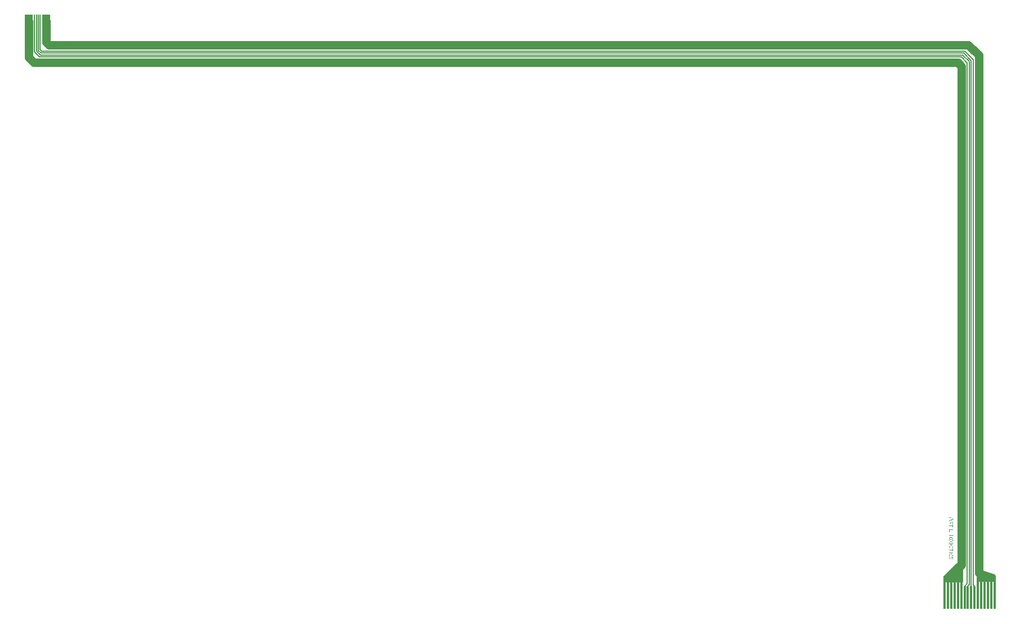
<source format=gbr>
%TF.GenerationSoftware,KiCad,Pcbnew,7.0.1*%
%TF.CreationDate,2023-04-10T11:15:13-05:00*%
%TF.ProjectId,flexible nao,666c6578-6962-46c6-9520-6e616f2e6b69,rev?*%
%TF.SameCoordinates,Original*%
%TF.FileFunction,Copper,L1,Top*%
%TF.FilePolarity,Positive*%
%FSLAX46Y46*%
G04 Gerber Fmt 4.6, Leading zero omitted, Abs format (unit mm)*
G04 Created by KiCad (PCBNEW 7.0.1) date 2023-04-10 11:15:13*
%MOMM*%
%LPD*%
G01*
G04 APERTURE LIST*
%ADD10C,0.125000*%
%TA.AperFunction,NonConductor*%
%ADD11C,0.125000*%
%TD*%
%TA.AperFunction,SMDPad,CuDef*%
%ADD12R,0.300000X3.500000*%
%TD*%
%TA.AperFunction,SMDPad,CuDef*%
%ADD13R,1.300000X2.000000*%
%TD*%
%TA.AperFunction,SMDPad,CuDef*%
%ADD14R,0.150000X2.000000*%
%TD*%
%TA.AperFunction,Conductor*%
%ADD15C,0.300000*%
%TD*%
%TA.AperFunction,Conductor*%
%ADD16C,1.300000*%
%TD*%
%TA.AperFunction,Conductor*%
%ADD17C,1.100000*%
%TD*%
%TA.AperFunction,Conductor*%
%ADD18C,1.000000*%
%TD*%
%TA.AperFunction,Conductor*%
%ADD19C,0.160000*%
%TD*%
G04 APERTURE END LIST*
D10*
D11*
G36*
X264439657Y-140549551D02*
G01*
X264443106Y-140550816D01*
X265077234Y-140791884D01*
X265084090Y-140795628D01*
X265089528Y-140800707D01*
X265093547Y-140807121D01*
X265096148Y-140814868D01*
X265097231Y-140822344D01*
X265097408Y-140827274D01*
X265096870Y-140835040D01*
X265095255Y-140841987D01*
X265091895Y-140849244D01*
X265086984Y-140855323D01*
X265080522Y-140860224D01*
X265075353Y-140862836D01*
X264443277Y-141113649D01*
X264436472Y-141115760D01*
X264432848Y-141116043D01*
X264425706Y-141115408D01*
X264418734Y-141112972D01*
X264412803Y-141107820D01*
X264409607Y-141101425D01*
X264408275Y-141094700D01*
X264408057Y-141090055D01*
X264408843Y-141082958D01*
X264411664Y-141076148D01*
X264416536Y-141070728D01*
X264422483Y-141067125D01*
X264424471Y-141066290D01*
X264539362Y-141018761D01*
X264539362Y-140662801D01*
X264583131Y-140662801D01*
X264583131Y-140998757D01*
X265025088Y-140827616D01*
X264583131Y-140662801D01*
X264539362Y-140662801D01*
X264539362Y-140643995D01*
X264423787Y-140598346D01*
X264417658Y-140595046D01*
X264412497Y-140589973D01*
X264409302Y-140583511D01*
X264408119Y-140576717D01*
X264408057Y-140574581D01*
X264408663Y-140567094D01*
X264410987Y-140559785D01*
X264415901Y-140553568D01*
X264422002Y-140550218D01*
X264429846Y-140548695D01*
X264432848Y-140548593D01*
X264439657Y-140549551D01*
G37*
G36*
X264977046Y-141437979D02*
G01*
X264976903Y-141446100D01*
X264976474Y-141454050D01*
X264975759Y-141461830D01*
X264974759Y-141469438D01*
X264973473Y-141476875D01*
X264971900Y-141484141D01*
X264970042Y-141491236D01*
X264967899Y-141498161D01*
X264965469Y-141504914D01*
X264962754Y-141511496D01*
X264959752Y-141517908D01*
X264956465Y-141524148D01*
X264952892Y-141530218D01*
X264949033Y-141536116D01*
X264944889Y-141541844D01*
X264940458Y-141547400D01*
X264935235Y-141553321D01*
X264929783Y-141558860D01*
X264924101Y-141564018D01*
X264918189Y-141568793D01*
X264912048Y-141573186D01*
X264905676Y-141577197D01*
X264899075Y-141580826D01*
X264892244Y-141584073D01*
X264885184Y-141586938D01*
X264877894Y-141589421D01*
X264870374Y-141591522D01*
X264862624Y-141593241D01*
X264854644Y-141594578D01*
X264846435Y-141595533D01*
X264837996Y-141596106D01*
X264829327Y-141596297D01*
X264819582Y-141596086D01*
X264810136Y-141595451D01*
X264800989Y-141594392D01*
X264792142Y-141592910D01*
X264783593Y-141591005D01*
X264775344Y-141588676D01*
X264767394Y-141585924D01*
X264759743Y-141582748D01*
X264752391Y-141579149D01*
X264745338Y-141575127D01*
X264738585Y-141570681D01*
X264732131Y-141565811D01*
X264725976Y-141560519D01*
X264720120Y-141554803D01*
X264714564Y-141548663D01*
X264709307Y-141542100D01*
X264704357Y-141535069D01*
X264699894Y-141528079D01*
X264695918Y-141521132D01*
X264692429Y-141514227D01*
X264689426Y-141507363D01*
X264686911Y-141500542D01*
X264684882Y-141493763D01*
X264683340Y-141487026D01*
X264682042Y-141478109D01*
X264681609Y-141469267D01*
X264681438Y-141440202D01*
X264453535Y-141591510D01*
X264446950Y-141594610D01*
X264440252Y-141596129D01*
X264437122Y-141596297D01*
X264428749Y-141595663D01*
X264421795Y-141593760D01*
X264415324Y-141589801D01*
X264410896Y-141584014D01*
X264408512Y-141576401D01*
X264408057Y-141570310D01*
X264409209Y-141563281D01*
X264412666Y-141557153D01*
X264417746Y-141552409D01*
X264419854Y-141550990D01*
X264681609Y-141378311D01*
X264681609Y-141249399D01*
X264725378Y-141249399D01*
X264725378Y-141469267D01*
X264726105Y-141477051D01*
X264727822Y-141483675D01*
X264730550Y-141490424D01*
X264734287Y-141497299D01*
X264739035Y-141504299D01*
X264743560Y-141509989D01*
X264746065Y-141512864D01*
X264751649Y-141518822D01*
X264757692Y-141524194D01*
X264764195Y-141528980D01*
X264771158Y-141533180D01*
X264778580Y-141536794D01*
X264786463Y-141539822D01*
X264794805Y-141542264D01*
X264803607Y-141544120D01*
X264812869Y-141545389D01*
X264822591Y-141546073D01*
X264829327Y-141546203D01*
X264838439Y-141545918D01*
X264847181Y-141545061D01*
X264855554Y-141543634D01*
X264863556Y-141541635D01*
X264871189Y-141539066D01*
X264878453Y-141535925D01*
X264885346Y-141532213D01*
X264891870Y-141527931D01*
X264898025Y-141523077D01*
X264903810Y-141517653D01*
X264907461Y-141513719D01*
X264912074Y-141507998D01*
X264916234Y-141501992D01*
X264919940Y-141495701D01*
X264923193Y-141489123D01*
X264925991Y-141482261D01*
X264928336Y-141475112D01*
X264930227Y-141467679D01*
X264931664Y-141459960D01*
X264932647Y-141451955D01*
X264933176Y-141443665D01*
X264933277Y-141437979D01*
X264933277Y-141249399D01*
X264725378Y-141249399D01*
X264681609Y-141249399D01*
X264435413Y-141249399D01*
X264427532Y-141248790D01*
X264419838Y-141246450D01*
X264414068Y-141242355D01*
X264410221Y-141236504D01*
X264408298Y-141228899D01*
X264408057Y-141224438D01*
X264408725Y-141217197D01*
X264411290Y-141210129D01*
X264415778Y-141204827D01*
X264422189Y-141201293D01*
X264429001Y-141199698D01*
X264435413Y-141199305D01*
X264977046Y-141199305D01*
X264977046Y-141437979D01*
G37*
G36*
X264933277Y-142053129D02*
G01*
X264933277Y-141897889D01*
X264435413Y-141897889D01*
X264427532Y-141897279D01*
X264419838Y-141894939D01*
X264414068Y-141890844D01*
X264410221Y-141884993D01*
X264408298Y-141877388D01*
X264408057Y-141872927D01*
X264408725Y-141865687D01*
X264411290Y-141858618D01*
X264415778Y-141853317D01*
X264422189Y-141849782D01*
X264429001Y-141848187D01*
X264435413Y-141847794D01*
X264933277Y-141847794D01*
X264933277Y-141692554D01*
X264933812Y-141685313D01*
X264935863Y-141678245D01*
X264940202Y-141672232D01*
X264946634Y-141668624D01*
X264953815Y-141667446D01*
X264955161Y-141667421D01*
X264962599Y-141668305D01*
X264969331Y-141671569D01*
X264973968Y-141677238D01*
X264976276Y-141684012D01*
X264977024Y-141691007D01*
X264977046Y-141692554D01*
X264977046Y-142053129D01*
X264976511Y-142060370D01*
X264974460Y-142067438D01*
X264970121Y-142073451D01*
X264963689Y-142077059D01*
X264956508Y-142078237D01*
X264955161Y-142078262D01*
X264947724Y-142077378D01*
X264940992Y-142074114D01*
X264936355Y-142068444D01*
X264934047Y-142061670D01*
X264933299Y-142054676D01*
X264933277Y-142053129D01*
G37*
G36*
X264435413Y-142279836D02*
G01*
X264427532Y-142279226D01*
X264419838Y-142276886D01*
X264414068Y-142272791D01*
X264410221Y-142266940D01*
X264408298Y-142259335D01*
X264408057Y-142254874D01*
X264408725Y-142247634D01*
X264411290Y-142240565D01*
X264415778Y-142235264D01*
X264422189Y-142231729D01*
X264429001Y-142230134D01*
X264435413Y-142229741D01*
X264949690Y-142229741D01*
X264957571Y-142230355D01*
X264965265Y-142232711D01*
X264971035Y-142236834D01*
X264974882Y-142242725D01*
X264976805Y-142250382D01*
X264977046Y-142254874D01*
X264976378Y-142262065D01*
X264973813Y-142269085D01*
X264969325Y-142274351D01*
X264962914Y-142277861D01*
X264956102Y-142279445D01*
X264949690Y-142279836D01*
X264435413Y-142279836D01*
G37*
G36*
X264408057Y-142781461D02*
G01*
X264408057Y-142435076D01*
X264949690Y-142435076D01*
X264957571Y-142435690D01*
X264965265Y-142438046D01*
X264971035Y-142442169D01*
X264974882Y-142448060D01*
X264976805Y-142455717D01*
X264977046Y-142460209D01*
X264976378Y-142467400D01*
X264973813Y-142474420D01*
X264969325Y-142479686D01*
X264962914Y-142483196D01*
X264956102Y-142484780D01*
X264949690Y-142485170D01*
X264451826Y-142485170D01*
X264451826Y-142781461D01*
X264451291Y-142788702D01*
X264449240Y-142795770D01*
X264444901Y-142801784D01*
X264438469Y-142805391D01*
X264431288Y-142806570D01*
X264429942Y-142806594D01*
X264422504Y-142805710D01*
X264415772Y-142802446D01*
X264411135Y-142796777D01*
X264408827Y-142790003D01*
X264408079Y-142783008D01*
X264408057Y-142781461D01*
G37*
G36*
X265097408Y-143551339D02*
G01*
X265097214Y-143561055D01*
X265096631Y-143570584D01*
X265095659Y-143579926D01*
X265094299Y-143589081D01*
X265092550Y-143598049D01*
X265090412Y-143606830D01*
X265087886Y-143615424D01*
X265084970Y-143623831D01*
X265081667Y-143632051D01*
X265077974Y-143640083D01*
X265073893Y-143647929D01*
X265069423Y-143655588D01*
X265064564Y-143663060D01*
X265059317Y-143670345D01*
X265053681Y-143677443D01*
X265047656Y-143684354D01*
X265040777Y-143691455D01*
X265033647Y-143698098D01*
X265026266Y-143704283D01*
X265018634Y-143710010D01*
X265010751Y-143715279D01*
X265002616Y-143720089D01*
X264994231Y-143724442D01*
X264985594Y-143728336D01*
X264976706Y-143731772D01*
X264967567Y-143734750D01*
X264958177Y-143737270D01*
X264948536Y-143739332D01*
X264938644Y-143740935D01*
X264928501Y-143742080D01*
X264918106Y-143742768D01*
X264907461Y-143742997D01*
X264895341Y-143742743D01*
X264883600Y-143741982D01*
X264872238Y-143740713D01*
X264861256Y-143738936D01*
X264850653Y-143736652D01*
X264840430Y-143733860D01*
X264830586Y-143730561D01*
X264821121Y-143726755D01*
X264812035Y-143722440D01*
X264803329Y-143717618D01*
X264795003Y-143712289D01*
X264787055Y-143706452D01*
X264779487Y-143700107D01*
X264772298Y-143693255D01*
X264765489Y-143685895D01*
X264759059Y-143678028D01*
X264754980Y-143672477D01*
X264749356Y-143664170D01*
X264744323Y-143655887D01*
X264739883Y-143647629D01*
X264736035Y-143639394D01*
X264732778Y-143631184D01*
X264730114Y-143622997D01*
X264728042Y-143614835D01*
X264726562Y-143606696D01*
X264725674Y-143598582D01*
X264725378Y-143590491D01*
X264725378Y-143542278D01*
X264453535Y-143738210D01*
X264447172Y-143741127D01*
X264440387Y-143742768D01*
X264436780Y-143742997D01*
X264428506Y-143742358D01*
X264421634Y-143740442D01*
X264415238Y-143736457D01*
X264410862Y-143730633D01*
X264408506Y-143722969D01*
X264408057Y-143716838D01*
X264409059Y-143710046D01*
X264412475Y-143703423D01*
X264417685Y-143698174D01*
X264418316Y-143697690D01*
X264725378Y-143478848D01*
X264725378Y-143307878D01*
X264769146Y-143307878D01*
X264769146Y-143590491D01*
X264769544Y-143597571D01*
X264770738Y-143604703D01*
X264772728Y-143611889D01*
X264775515Y-143619129D01*
X264779097Y-143626422D01*
X264783475Y-143633768D01*
X264788650Y-143641168D01*
X264793053Y-143646753D01*
X264794621Y-143648621D01*
X264799589Y-143653963D01*
X264804833Y-143658960D01*
X264810354Y-143663612D01*
X264816152Y-143667920D01*
X264822226Y-143671883D01*
X264828577Y-143675501D01*
X264835204Y-143678775D01*
X264842107Y-143681704D01*
X264849288Y-143684289D01*
X264856744Y-143686529D01*
X264864477Y-143688424D01*
X264872487Y-143689975D01*
X264880773Y-143691181D01*
X264889335Y-143692042D01*
X264898174Y-143692559D01*
X264907290Y-143692732D01*
X264915668Y-143692562D01*
X264923834Y-143692053D01*
X264931787Y-143691205D01*
X264939528Y-143690017D01*
X264947057Y-143688491D01*
X264954373Y-143686625D01*
X264961477Y-143684419D01*
X264968369Y-143681875D01*
X264975048Y-143678991D01*
X264981515Y-143675768D01*
X264987769Y-143672206D01*
X264993811Y-143668304D01*
X264999641Y-143664063D01*
X265005258Y-143659483D01*
X265010663Y-143654564D01*
X265015856Y-143649305D01*
X265022608Y-143641732D01*
X265028697Y-143633822D01*
X265034121Y-143625575D01*
X265038881Y-143616992D01*
X265042976Y-143608072D01*
X265046408Y-143598816D01*
X265049175Y-143589223D01*
X265051279Y-143579293D01*
X265052312Y-143572486D01*
X265053050Y-143565530D01*
X265053493Y-143558424D01*
X265053640Y-143551168D01*
X265053640Y-143308733D01*
X264769146Y-143307878D01*
X264725378Y-143307878D01*
X264435413Y-143307878D01*
X264427532Y-143307264D01*
X264419838Y-143304908D01*
X264414068Y-143300785D01*
X264410221Y-143294895D01*
X264408298Y-143287237D01*
X264408057Y-143282745D01*
X264408725Y-143275505D01*
X264411290Y-143268437D01*
X264415778Y-143263135D01*
X264422189Y-143259601D01*
X264429001Y-143258006D01*
X264435413Y-143257613D01*
X265097408Y-143257613D01*
X265097408Y-143551339D01*
G37*
G36*
X264699930Y-143841530D02*
G01*
X264713499Y-143841965D01*
X264726854Y-143842836D01*
X264739993Y-143844142D01*
X264752917Y-143845884D01*
X264765626Y-143848061D01*
X264778120Y-143850674D01*
X264790400Y-143853722D01*
X264802464Y-143857206D01*
X264814313Y-143861125D01*
X264825947Y-143865479D01*
X264837366Y-143870269D01*
X264848569Y-143875494D01*
X264859558Y-143881155D01*
X264870332Y-143887251D01*
X264880891Y-143893783D01*
X264886090Y-143897212D01*
X264897104Y-143904904D01*
X264907407Y-143912850D01*
X264917000Y-143921050D01*
X264925883Y-143929504D01*
X264934055Y-143938211D01*
X264941516Y-143947172D01*
X264948266Y-143956387D01*
X264954307Y-143965856D01*
X264959636Y-143975579D01*
X264964255Y-143985555D01*
X264968163Y-143995785D01*
X264971361Y-144006269D01*
X264973848Y-144017007D01*
X264975624Y-144027998D01*
X264976690Y-144039244D01*
X264977046Y-144050743D01*
X264976690Y-144062838D01*
X264975622Y-144074633D01*
X264973842Y-144086127D01*
X264971350Y-144097321D01*
X264968146Y-144108215D01*
X264964231Y-144118807D01*
X264959603Y-144129100D01*
X264954264Y-144139091D01*
X264948212Y-144148783D01*
X264941449Y-144158173D01*
X264933974Y-144167263D01*
X264925787Y-144176053D01*
X264916887Y-144184542D01*
X264907276Y-144192731D01*
X264896953Y-144200619D01*
X264885919Y-144208206D01*
X264875584Y-144214479D01*
X264865012Y-144220348D01*
X264854202Y-144225811D01*
X264843155Y-144230870D01*
X264831869Y-144235525D01*
X264820346Y-144239774D01*
X264808585Y-144243619D01*
X264796587Y-144247059D01*
X264784350Y-144250094D01*
X264771876Y-144252725D01*
X264759164Y-144254951D01*
X264746215Y-144256772D01*
X264733027Y-144258189D01*
X264719602Y-144259201D01*
X264705939Y-144259808D01*
X264699019Y-144259959D01*
X264692039Y-144260010D01*
X264685111Y-144259958D01*
X264678241Y-144259800D01*
X264664675Y-144259171D01*
X264651340Y-144258123D01*
X264638236Y-144256655D01*
X264625364Y-144254767D01*
X264612722Y-144252461D01*
X264600311Y-144249734D01*
X264588132Y-144246589D01*
X264576183Y-144243024D01*
X264564466Y-144239039D01*
X264552979Y-144234636D01*
X264541724Y-144229812D01*
X264530700Y-144224570D01*
X264519907Y-144218908D01*
X264509344Y-144212826D01*
X264499013Y-144206325D01*
X264487999Y-144198725D01*
X264477696Y-144190842D01*
X264468103Y-144182675D01*
X264459220Y-144174226D01*
X264451048Y-144165493D01*
X264443587Y-144156477D01*
X264436836Y-144147178D01*
X264430796Y-144137595D01*
X264425467Y-144127730D01*
X264420848Y-144117581D01*
X264416940Y-144107149D01*
X264413742Y-144096434D01*
X264411255Y-144085436D01*
X264409479Y-144074155D01*
X264408413Y-144062590D01*
X264408057Y-144050743D01*
X264451826Y-144050743D01*
X264452123Y-144060046D01*
X264453015Y-144069106D01*
X264454500Y-144077923D01*
X264456581Y-144086497D01*
X264459256Y-144094828D01*
X264462525Y-144102915D01*
X264466388Y-144110760D01*
X264470846Y-144118361D01*
X264475898Y-144125720D01*
X264481545Y-144132835D01*
X264487786Y-144139707D01*
X264494622Y-144146336D01*
X264502052Y-144152722D01*
X264510076Y-144158865D01*
X264518694Y-144164765D01*
X264527907Y-144170422D01*
X264536543Y-144175204D01*
X264545394Y-144179678D01*
X264554462Y-144183844D01*
X264563747Y-144187700D01*
X264573248Y-144191249D01*
X264582965Y-144194488D01*
X264592899Y-144197420D01*
X264603049Y-144200042D01*
X264613415Y-144202356D01*
X264623998Y-144204362D01*
X264634797Y-144206059D01*
X264645813Y-144207447D01*
X264657044Y-144208527D01*
X264668493Y-144209299D01*
X264680158Y-144209761D01*
X264692039Y-144209916D01*
X264704040Y-144209765D01*
X264715809Y-144209315D01*
X264727345Y-144208563D01*
X264738649Y-144207511D01*
X264749721Y-144206159D01*
X264760560Y-144204506D01*
X264771167Y-144202553D01*
X264781541Y-144200299D01*
X264791683Y-144197744D01*
X264801593Y-144194889D01*
X264811270Y-144191734D01*
X264820715Y-144188277D01*
X264829927Y-144184521D01*
X264838907Y-144180464D01*
X264847655Y-144176106D01*
X264856170Y-144171448D01*
X264865507Y-144165867D01*
X264874242Y-144160025D01*
X264882374Y-144153920D01*
X264889904Y-144147554D01*
X264896832Y-144140927D01*
X264903157Y-144134037D01*
X264908880Y-144126886D01*
X264914000Y-144119473D01*
X264918518Y-144111798D01*
X264922434Y-144103861D01*
X264925747Y-144095662D01*
X264928458Y-144087202D01*
X264930566Y-144078480D01*
X264932072Y-144069496D01*
X264932976Y-144060250D01*
X264933277Y-144050743D01*
X264932976Y-144041687D01*
X264932072Y-144032858D01*
X264930566Y-144024254D01*
X264928458Y-144015876D01*
X264925747Y-144007723D01*
X264922434Y-143999796D01*
X264918518Y-143992095D01*
X264914000Y-143984620D01*
X264908880Y-143977371D01*
X264903157Y-143970347D01*
X264896832Y-143963549D01*
X264889904Y-143956976D01*
X264882374Y-143950630D01*
X264874242Y-143944509D01*
X264865507Y-143938614D01*
X264856170Y-143932944D01*
X264847414Y-143927934D01*
X264838458Y-143923247D01*
X264829302Y-143918883D01*
X264819946Y-143914843D01*
X264810389Y-143911126D01*
X264800631Y-143907732D01*
X264790674Y-143904661D01*
X264780516Y-143901913D01*
X264770157Y-143899489D01*
X264759598Y-143897388D01*
X264748839Y-143895610D01*
X264737880Y-143894156D01*
X264726720Y-143893024D01*
X264715360Y-143892216D01*
X264703799Y-143891731D01*
X264692039Y-143891570D01*
X264680158Y-143891724D01*
X264668493Y-143892187D01*
X264657044Y-143892958D01*
X264645813Y-143894038D01*
X264634797Y-143895426D01*
X264623998Y-143897123D01*
X264613415Y-143899129D01*
X264603049Y-143901443D01*
X264592899Y-143904066D01*
X264582965Y-143906997D01*
X264573248Y-143910237D01*
X264563747Y-143913785D01*
X264554462Y-143917642D01*
X264545394Y-143921807D01*
X264536543Y-143926281D01*
X264527907Y-143931064D01*
X264518694Y-143936720D01*
X264510076Y-143942620D01*
X264502052Y-143948763D01*
X264494622Y-143955149D01*
X264487786Y-143961778D01*
X264481545Y-143968650D01*
X264475898Y-143975766D01*
X264470846Y-143983124D01*
X264466388Y-143990726D01*
X264462525Y-143998570D01*
X264459256Y-144006658D01*
X264456581Y-144014989D01*
X264454500Y-144023562D01*
X264453015Y-144032379D01*
X264452123Y-144041440D01*
X264451826Y-144050743D01*
X264408057Y-144050743D01*
X264408413Y-144038995D01*
X264409479Y-144027517D01*
X264411255Y-144016310D01*
X264413742Y-144005372D01*
X264416940Y-143994703D01*
X264420848Y-143984305D01*
X264425467Y-143974176D01*
X264430796Y-143964317D01*
X264436836Y-143954728D01*
X264443587Y-143945409D01*
X264451048Y-143936360D01*
X264459220Y-143927580D01*
X264468103Y-143919070D01*
X264477696Y-143910830D01*
X264487999Y-143902860D01*
X264499013Y-143895160D01*
X264509489Y-143888659D01*
X264520184Y-143882578D01*
X264531100Y-143876916D01*
X264542237Y-143871673D01*
X264553594Y-143866850D01*
X264565171Y-143862446D01*
X264576968Y-143858462D01*
X264588986Y-143854897D01*
X264601225Y-143851751D01*
X264613684Y-143849025D01*
X264626363Y-143846718D01*
X264639262Y-143844831D01*
X264652382Y-143843363D01*
X264665723Y-143842314D01*
X264679283Y-143841685D01*
X264686146Y-143841528D01*
X264693064Y-143841475D01*
X264699930Y-143841530D01*
G37*
G36*
X264977046Y-144508258D02*
G01*
X264976885Y-144518298D01*
X264976402Y-144528070D01*
X264975597Y-144537574D01*
X264974470Y-144546812D01*
X264973022Y-144555783D01*
X264971251Y-144564486D01*
X264969159Y-144572922D01*
X264966745Y-144581092D01*
X264964008Y-144588994D01*
X264960950Y-144596629D01*
X264957570Y-144603996D01*
X264953868Y-144611097D01*
X264949845Y-144617930D01*
X264945499Y-144624497D01*
X264940831Y-144630796D01*
X264935842Y-144636828D01*
X264930578Y-144642563D01*
X264925089Y-144647928D01*
X264919375Y-144652922D01*
X264913434Y-144657547D01*
X264907268Y-144661802D01*
X264900876Y-144665687D01*
X264894258Y-144669202D01*
X264887415Y-144672347D01*
X264880345Y-144675122D01*
X264873050Y-144677527D01*
X264865530Y-144679562D01*
X264857783Y-144681227D01*
X264849811Y-144682522D01*
X264841613Y-144683447D01*
X264833190Y-144684002D01*
X264824540Y-144684187D01*
X264811297Y-144683969D01*
X264798753Y-144683316D01*
X264786908Y-144682227D01*
X264775760Y-144680703D01*
X264765312Y-144678744D01*
X264755562Y-144676349D01*
X264746511Y-144673518D01*
X264738158Y-144670252D01*
X264730503Y-144666551D01*
X264723548Y-144662415D01*
X264717291Y-144657842D01*
X264711732Y-144652835D01*
X264706872Y-144647392D01*
X264702711Y-144641513D01*
X264699248Y-144635200D01*
X264696484Y-144628450D01*
X264693761Y-144637808D01*
X264690294Y-144646562D01*
X264686083Y-144654713D01*
X264681129Y-144662260D01*
X264675430Y-144669203D01*
X264668987Y-144675542D01*
X264661800Y-144681277D01*
X264653870Y-144686409D01*
X264645195Y-144690937D01*
X264635776Y-144694861D01*
X264625613Y-144698182D01*
X264614707Y-144700899D01*
X264603056Y-144703012D01*
X264590661Y-144704521D01*
X264577523Y-144705427D01*
X264570674Y-144705653D01*
X264563640Y-144705729D01*
X264554068Y-144705558D01*
X264544800Y-144705045D01*
X264535836Y-144704190D01*
X264527175Y-144702993D01*
X264518819Y-144701454D01*
X264510766Y-144699574D01*
X264503018Y-144697351D01*
X264495573Y-144694787D01*
X264488432Y-144691880D01*
X264481595Y-144688632D01*
X264475061Y-144685041D01*
X264468832Y-144681109D01*
X264462906Y-144676835D01*
X264457285Y-144672219D01*
X264451967Y-144667260D01*
X264446953Y-144661960D01*
X264442243Y-144656318D01*
X264437837Y-144650334D01*
X264433735Y-144644009D01*
X264429936Y-144637341D01*
X264426442Y-144630331D01*
X264423251Y-144622979D01*
X264420364Y-144615286D01*
X264417781Y-144607250D01*
X264415502Y-144598872D01*
X264413527Y-144590153D01*
X264411856Y-144581092D01*
X264410488Y-144571688D01*
X264409425Y-144561943D01*
X264408665Y-144551856D01*
X264408209Y-144541427D01*
X264408057Y-144530655D01*
X264408057Y-144391144D01*
X264451826Y-144391144D01*
X264451826Y-144530655D01*
X264451937Y-144538345D01*
X264452270Y-144545790D01*
X264452825Y-144552991D01*
X264453602Y-144559947D01*
X264455823Y-144573129D01*
X264458932Y-144585334D01*
X264462929Y-144596562D01*
X264467814Y-144606815D01*
X264473588Y-144616090D01*
X264480250Y-144624390D01*
X264487800Y-144631713D01*
X264496238Y-144638059D01*
X264505564Y-144643430D01*
X264515779Y-144647823D01*
X264526882Y-144651241D01*
X264538874Y-144653682D01*
X264551753Y-144655146D01*
X264565521Y-144655635D01*
X264573068Y-144655488D01*
X264580323Y-144655047D01*
X264587285Y-144654312D01*
X264597180Y-144652659D01*
X264606417Y-144650345D01*
X264614996Y-144647370D01*
X264622917Y-144643733D01*
X264630179Y-144639436D01*
X264636783Y-144634477D01*
X264642729Y-144628857D01*
X264648017Y-144622576D01*
X264651177Y-144618021D01*
X264655520Y-144610015D01*
X264658421Y-144603376D01*
X264661014Y-144596192D01*
X264663301Y-144588465D01*
X264665282Y-144580194D01*
X264666956Y-144571379D01*
X264668323Y-144562020D01*
X264669384Y-144552117D01*
X264669921Y-144545212D01*
X264670322Y-144538066D01*
X264670586Y-144530679D01*
X264670667Y-144526894D01*
X264670667Y-144518410D01*
X264670667Y-144510853D01*
X264670667Y-144500911D01*
X264670667Y-144492957D01*
X264670667Y-144483942D01*
X264670667Y-144473867D01*
X264670667Y-144462731D01*
X264670667Y-144450535D01*
X264670667Y-144437278D01*
X264670667Y-144430252D01*
X264670667Y-144422960D01*
X264670667Y-144415404D01*
X264670667Y-144407582D01*
X264670667Y-144399496D01*
X264670667Y-144391144D01*
X264714436Y-144391144D01*
X264714436Y-144499368D01*
X264714534Y-144508390D01*
X264714828Y-144517077D01*
X264715319Y-144525428D01*
X264716006Y-144533444D01*
X264716890Y-144541125D01*
X264717970Y-144548471D01*
X264719246Y-144555482D01*
X264721529Y-144565369D01*
X264724253Y-144574501D01*
X264727419Y-144582880D01*
X264731027Y-144590504D01*
X264735077Y-144597373D01*
X264739568Y-144603489D01*
X264744645Y-144608958D01*
X264750385Y-144613889D01*
X264756790Y-144618282D01*
X264763859Y-144622138D01*
X264771593Y-144625455D01*
X264779990Y-144628235D01*
X264789052Y-144630476D01*
X264798777Y-144632180D01*
X264805630Y-144633016D01*
X264812778Y-144633614D01*
X264820221Y-144633973D01*
X264827960Y-144634092D01*
X264837273Y-144633801D01*
X264846172Y-144632926D01*
X264854656Y-144631469D01*
X264862725Y-144629428D01*
X264870380Y-144626804D01*
X264877620Y-144623598D01*
X264884445Y-144619808D01*
X264890855Y-144615435D01*
X264896851Y-144610479D01*
X264902432Y-144604941D01*
X264905922Y-144600924D01*
X264910811Y-144594503D01*
X264915219Y-144587613D01*
X264919146Y-144580253D01*
X264922592Y-144572426D01*
X264925557Y-144564129D01*
X264928041Y-144555363D01*
X264930045Y-144546129D01*
X264931568Y-144536426D01*
X264932609Y-144526254D01*
X264933037Y-144519212D01*
X264933251Y-144511962D01*
X264933277Y-144508258D01*
X264933277Y-144391144D01*
X264714436Y-144391144D01*
X264670667Y-144391144D01*
X264451826Y-144391144D01*
X264408057Y-144391144D01*
X264408057Y-144341050D01*
X264977046Y-144341050D01*
X264977046Y-144508258D01*
G37*
G36*
X264699930Y-144816059D02*
G01*
X264713499Y-144816494D01*
X264726854Y-144817365D01*
X264739993Y-144818671D01*
X264752917Y-144820413D01*
X264765626Y-144822590D01*
X264778120Y-144825203D01*
X264790400Y-144828251D01*
X264802464Y-144831735D01*
X264814313Y-144835654D01*
X264825947Y-144840008D01*
X264837366Y-144844798D01*
X264848569Y-144850023D01*
X264859558Y-144855684D01*
X264870332Y-144861780D01*
X264880891Y-144868312D01*
X264886090Y-144871741D01*
X264897104Y-144879433D01*
X264907407Y-144887379D01*
X264917000Y-144895579D01*
X264925883Y-144904033D01*
X264934055Y-144912740D01*
X264941516Y-144921701D01*
X264948266Y-144930916D01*
X264954307Y-144940385D01*
X264959636Y-144950108D01*
X264964255Y-144960084D01*
X264968163Y-144970314D01*
X264971361Y-144980798D01*
X264973848Y-144991536D01*
X264975624Y-145002527D01*
X264976690Y-145013773D01*
X264977046Y-145025272D01*
X264976690Y-145037367D01*
X264975622Y-145049162D01*
X264973842Y-145060656D01*
X264971350Y-145071850D01*
X264968146Y-145082744D01*
X264964231Y-145093336D01*
X264959603Y-145103629D01*
X264954264Y-145113620D01*
X264948212Y-145123312D01*
X264941449Y-145132702D01*
X264933974Y-145141792D01*
X264925787Y-145150582D01*
X264916887Y-145159071D01*
X264907276Y-145167260D01*
X264896953Y-145175148D01*
X264885919Y-145182735D01*
X264875584Y-145189008D01*
X264865012Y-145194877D01*
X264854202Y-145200340D01*
X264843155Y-145205399D01*
X264831869Y-145210053D01*
X264820346Y-145214303D01*
X264808585Y-145218148D01*
X264796587Y-145221588D01*
X264784350Y-145224623D01*
X264771876Y-145227254D01*
X264759164Y-145229480D01*
X264746215Y-145231301D01*
X264733027Y-145232718D01*
X264719602Y-145233729D01*
X264705939Y-145234337D01*
X264699019Y-145234488D01*
X264692039Y-145234539D01*
X264685111Y-145234487D01*
X264678241Y-145234329D01*
X264664675Y-145233700D01*
X264651340Y-145232652D01*
X264638236Y-145231184D01*
X264625364Y-145229296D01*
X264612722Y-145226990D01*
X264600311Y-145224263D01*
X264588132Y-145221118D01*
X264576183Y-145217553D01*
X264564466Y-145213568D01*
X264552979Y-145209165D01*
X264541724Y-145204341D01*
X264530700Y-145199099D01*
X264519907Y-145193437D01*
X264509344Y-145187355D01*
X264499013Y-145180854D01*
X264487999Y-145173254D01*
X264477696Y-145165371D01*
X264468103Y-145157204D01*
X264459220Y-145148755D01*
X264451048Y-145140022D01*
X264443587Y-145131006D01*
X264436836Y-145121707D01*
X264430796Y-145112124D01*
X264425467Y-145102259D01*
X264420848Y-145092110D01*
X264416940Y-145081678D01*
X264413742Y-145070963D01*
X264411255Y-145059965D01*
X264409479Y-145048684D01*
X264408413Y-145037119D01*
X264408057Y-145025272D01*
X264451826Y-145025272D01*
X264452123Y-145034575D01*
X264453015Y-145043635D01*
X264454500Y-145052452D01*
X264456581Y-145061026D01*
X264459256Y-145069357D01*
X264462525Y-145077444D01*
X264466388Y-145085289D01*
X264470846Y-145092890D01*
X264475898Y-145100249D01*
X264481545Y-145107364D01*
X264487786Y-145114236D01*
X264494622Y-145120865D01*
X264502052Y-145127251D01*
X264510076Y-145133394D01*
X264518694Y-145139294D01*
X264527907Y-145144951D01*
X264536543Y-145149733D01*
X264545394Y-145154207D01*
X264554462Y-145158372D01*
X264563747Y-145162229D01*
X264573248Y-145165778D01*
X264582965Y-145169017D01*
X264592899Y-145171949D01*
X264603049Y-145174571D01*
X264613415Y-145176885D01*
X264623998Y-145178891D01*
X264634797Y-145180588D01*
X264645813Y-145181976D01*
X264657044Y-145183056D01*
X264668493Y-145183828D01*
X264680158Y-145184290D01*
X264692039Y-145184445D01*
X264704040Y-145184294D01*
X264715809Y-145183844D01*
X264727345Y-145183092D01*
X264738649Y-145182040D01*
X264749721Y-145180688D01*
X264760560Y-145179035D01*
X264771167Y-145177082D01*
X264781541Y-145174828D01*
X264791683Y-145172273D01*
X264801593Y-145169418D01*
X264811270Y-145166262D01*
X264820715Y-145162806D01*
X264829927Y-145159050D01*
X264838907Y-145154992D01*
X264847655Y-145150635D01*
X264856170Y-145145976D01*
X264865507Y-145140396D01*
X264874242Y-145134554D01*
X264882374Y-145128449D01*
X264889904Y-145122083D01*
X264896832Y-145115456D01*
X264903157Y-145108566D01*
X264908880Y-145101415D01*
X264914000Y-145094002D01*
X264918518Y-145086327D01*
X264922434Y-145078390D01*
X264925747Y-145070191D01*
X264928458Y-145061731D01*
X264930566Y-145053009D01*
X264932072Y-145044025D01*
X264932976Y-145034779D01*
X264933277Y-145025272D01*
X264932976Y-145016216D01*
X264932072Y-145007387D01*
X264930566Y-144998783D01*
X264928458Y-144990404D01*
X264925747Y-144982252D01*
X264922434Y-144974325D01*
X264918518Y-144966624D01*
X264914000Y-144959149D01*
X264908880Y-144951899D01*
X264903157Y-144944876D01*
X264896832Y-144938078D01*
X264889904Y-144931505D01*
X264882374Y-144925159D01*
X264874242Y-144919038D01*
X264865507Y-144913143D01*
X264856170Y-144907473D01*
X264847414Y-144902463D01*
X264838458Y-144897776D01*
X264829302Y-144893412D01*
X264819946Y-144889372D01*
X264810389Y-144885655D01*
X264800631Y-144882261D01*
X264790674Y-144879190D01*
X264780516Y-144876442D01*
X264770157Y-144874018D01*
X264759598Y-144871917D01*
X264748839Y-144870139D01*
X264737880Y-144868685D01*
X264726720Y-144867553D01*
X264715360Y-144866745D01*
X264703799Y-144866260D01*
X264692039Y-144866099D01*
X264680158Y-144866253D01*
X264668493Y-144866716D01*
X264657044Y-144867487D01*
X264645813Y-144868567D01*
X264634797Y-144869955D01*
X264623998Y-144871652D01*
X264613415Y-144873658D01*
X264603049Y-144875972D01*
X264592899Y-144878595D01*
X264582965Y-144881526D01*
X264573248Y-144884766D01*
X264563747Y-144888314D01*
X264554462Y-144892171D01*
X264545394Y-144896336D01*
X264536543Y-144900810D01*
X264527907Y-144905593D01*
X264518694Y-144911249D01*
X264510076Y-144917149D01*
X264502052Y-144923292D01*
X264494622Y-144929678D01*
X264487786Y-144936307D01*
X264481545Y-144943179D01*
X264475898Y-144950295D01*
X264470846Y-144957653D01*
X264466388Y-144965255D01*
X264462525Y-144973099D01*
X264459256Y-144981187D01*
X264456581Y-144989518D01*
X264454500Y-144998091D01*
X264453015Y-145006908D01*
X264452123Y-145015968D01*
X264451826Y-145025272D01*
X264408057Y-145025272D01*
X264408413Y-145013524D01*
X264409479Y-145002046D01*
X264411255Y-144990839D01*
X264413742Y-144979900D01*
X264416940Y-144969232D01*
X264420848Y-144958834D01*
X264425467Y-144948705D01*
X264430796Y-144938846D01*
X264436836Y-144929257D01*
X264443587Y-144919938D01*
X264451048Y-144910889D01*
X264459220Y-144902109D01*
X264468103Y-144893599D01*
X264477696Y-144885359D01*
X264487999Y-144877389D01*
X264499013Y-144869689D01*
X264509489Y-144863188D01*
X264520184Y-144857107D01*
X264531100Y-144851445D01*
X264542237Y-144846202D01*
X264553594Y-144841379D01*
X264565171Y-144836975D01*
X264576968Y-144832991D01*
X264588986Y-144829426D01*
X264601225Y-144826280D01*
X264613684Y-144823554D01*
X264626363Y-144821247D01*
X264639262Y-144819360D01*
X264652382Y-144817892D01*
X264665723Y-144816843D01*
X264679283Y-144816214D01*
X264686146Y-144816057D01*
X264693064Y-144816004D01*
X264699930Y-144816059D01*
G37*
G36*
X264933277Y-145702313D02*
G01*
X264933277Y-145547072D01*
X264435413Y-145547072D01*
X264427532Y-145546463D01*
X264419838Y-145544123D01*
X264414068Y-145540027D01*
X264410221Y-145534177D01*
X264408298Y-145526571D01*
X264408057Y-145522110D01*
X264408725Y-145514870D01*
X264411290Y-145507802D01*
X264415778Y-145502500D01*
X264422189Y-145498966D01*
X264429001Y-145497371D01*
X264435413Y-145496978D01*
X264933277Y-145496978D01*
X264933277Y-145341737D01*
X264933812Y-145334497D01*
X264935863Y-145327428D01*
X264940202Y-145321415D01*
X264946634Y-145317807D01*
X264953815Y-145316629D01*
X264955161Y-145316605D01*
X264962599Y-145317488D01*
X264969331Y-145320752D01*
X264973968Y-145326422D01*
X264976276Y-145333196D01*
X264977024Y-145340191D01*
X264977046Y-145341737D01*
X264977046Y-145702313D01*
X264976511Y-145709553D01*
X264974460Y-145716622D01*
X264970121Y-145722635D01*
X264963689Y-145726243D01*
X264956508Y-145727421D01*
X264955161Y-145727445D01*
X264947724Y-145726562D01*
X264940992Y-145723298D01*
X264936355Y-145717628D01*
X264934047Y-145710854D01*
X264933299Y-145703859D01*
X264933277Y-145702313D01*
G37*
G36*
X264435413Y-145929019D02*
G01*
X264427532Y-145928410D01*
X264419838Y-145926069D01*
X264414068Y-145921974D01*
X264410221Y-145916124D01*
X264408298Y-145908518D01*
X264408057Y-145904057D01*
X264408725Y-145896817D01*
X264411290Y-145889749D01*
X264415778Y-145884447D01*
X264422189Y-145880913D01*
X264429001Y-145879318D01*
X264435413Y-145878925D01*
X264949690Y-145878925D01*
X264957571Y-145879538D01*
X264965265Y-145881895D01*
X264971035Y-145886018D01*
X264974882Y-145891908D01*
X264976805Y-145899566D01*
X264977046Y-145904057D01*
X264976378Y-145911249D01*
X264973813Y-145918269D01*
X264969325Y-145923534D01*
X264962914Y-145927045D01*
X264956102Y-145928629D01*
X264949690Y-145929019D01*
X264435413Y-145929019D01*
G37*
G36*
X264496278Y-146465181D02*
G01*
X264490158Y-146459974D01*
X264484278Y-146454781D01*
X264478639Y-146449603D01*
X264473240Y-146444440D01*
X264468081Y-146439292D01*
X264463163Y-146434158D01*
X264458486Y-146429039D01*
X264451920Y-146421388D01*
X264445895Y-146413770D01*
X264440411Y-146406185D01*
X264435469Y-146398633D01*
X264431067Y-146391114D01*
X264427206Y-146383628D01*
X264423784Y-146376033D01*
X264420699Y-146368185D01*
X264417950Y-146360084D01*
X264415537Y-146351732D01*
X264413462Y-146343126D01*
X264411723Y-146334269D01*
X264410320Y-146325159D01*
X264409254Y-146315796D01*
X264408525Y-146306181D01*
X264408132Y-146296313D01*
X264408057Y-146289595D01*
X264408369Y-146278589D01*
X264409305Y-146267839D01*
X264410864Y-146257346D01*
X264413048Y-146247109D01*
X264415855Y-146237128D01*
X264419285Y-146227404D01*
X264423340Y-146217937D01*
X264428018Y-146208726D01*
X264433320Y-146199771D01*
X264439246Y-146191073D01*
X264445796Y-146182632D01*
X264452969Y-146174446D01*
X264460766Y-146166518D01*
X264469187Y-146158845D01*
X264478232Y-146151430D01*
X264487900Y-146144270D01*
X264498102Y-146137480D01*
X264508703Y-146131127D01*
X264519703Y-146125212D01*
X264531102Y-146119736D01*
X264542901Y-146114698D01*
X264555100Y-146110098D01*
X264567697Y-146105936D01*
X264580694Y-146102212D01*
X264587343Y-146100514D01*
X264594091Y-146098926D01*
X264600939Y-146097447D01*
X264607887Y-146096078D01*
X264614934Y-146094819D01*
X264622082Y-146093668D01*
X264629329Y-146092628D01*
X264636676Y-146091697D01*
X264644123Y-146090876D01*
X264651670Y-146090164D01*
X264659317Y-146089561D01*
X264667064Y-146089068D01*
X264674910Y-146088685D01*
X264682856Y-146088411D01*
X264690902Y-146088247D01*
X264699048Y-146088192D01*
X264707935Y-146088258D01*
X264716686Y-146088454D01*
X264725300Y-146088781D01*
X264733779Y-146089239D01*
X264742122Y-146089828D01*
X264750329Y-146090548D01*
X264758400Y-146091399D01*
X264766336Y-146092381D01*
X264774135Y-146093494D01*
X264781798Y-146094737D01*
X264789326Y-146096111D01*
X264796718Y-146097617D01*
X264803973Y-146099253D01*
X264811093Y-146101020D01*
X264818077Y-146102918D01*
X264824925Y-146104947D01*
X264831637Y-146107107D01*
X264838213Y-146109398D01*
X264844654Y-146111819D01*
X264857126Y-146117055D01*
X264869055Y-146122815D01*
X264880441Y-146129098D01*
X264891283Y-146135905D01*
X264901581Y-146143235D01*
X264911336Y-146151089D01*
X264916009Y-146155212D01*
X264923400Y-146162249D01*
X264930315Y-146169467D01*
X264936752Y-146176867D01*
X264942713Y-146184448D01*
X264948196Y-146192211D01*
X264953203Y-146200156D01*
X264957733Y-146208282D01*
X264961786Y-146216591D01*
X264965363Y-146225080D01*
X264968462Y-146233752D01*
X264971085Y-146242605D01*
X264973231Y-146251639D01*
X264974900Y-146260856D01*
X264976092Y-146270254D01*
X264976807Y-146279833D01*
X264977046Y-146289595D01*
X264976963Y-146297027D01*
X264976717Y-146304279D01*
X264976306Y-146311351D01*
X264975731Y-146318243D01*
X264974561Y-146328242D01*
X264973020Y-146337836D01*
X264971111Y-146347023D01*
X264968831Y-146355806D01*
X264966182Y-146364182D01*
X264963163Y-146372153D01*
X264959774Y-146379717D01*
X264956016Y-146386877D01*
X264951801Y-146393755D01*
X264947042Y-146400477D01*
X264941739Y-146407042D01*
X264935893Y-146413452D01*
X264929502Y-146419705D01*
X264922567Y-146425802D01*
X264915088Y-146431742D01*
X264907065Y-146437527D01*
X264898499Y-146443155D01*
X264892485Y-146446820D01*
X264886230Y-146450415D01*
X264883012Y-146452187D01*
X264876558Y-146454880D01*
X264870189Y-146455778D01*
X264862752Y-146455143D01*
X264855491Y-146452707D01*
X264850045Y-146448443D01*
X264846415Y-146442352D01*
X264844600Y-146434434D01*
X264844373Y-146429790D01*
X264845482Y-146422845D01*
X264848809Y-146416819D01*
X264854354Y-146411713D01*
X264858392Y-146409274D01*
X264867460Y-146404386D01*
X264875944Y-146399168D01*
X264883842Y-146393620D01*
X264891155Y-146387742D01*
X264897882Y-146381535D01*
X264904025Y-146374997D01*
X264909583Y-146368129D01*
X264914556Y-146360932D01*
X264918944Y-146353405D01*
X264922747Y-146345547D01*
X264925964Y-146337360D01*
X264928597Y-146328843D01*
X264930645Y-146319996D01*
X264932107Y-146310819D01*
X264932985Y-146301312D01*
X264933277Y-146291475D01*
X264933079Y-146284046D01*
X264932484Y-146276761D01*
X264931492Y-146269621D01*
X264930104Y-146262624D01*
X264928318Y-146255772D01*
X264926137Y-146249064D01*
X264923558Y-146242501D01*
X264920583Y-146236081D01*
X264917211Y-146229806D01*
X264913442Y-146223675D01*
X264909277Y-146217689D01*
X264904715Y-146211846D01*
X264899756Y-146206148D01*
X264894400Y-146200594D01*
X264888648Y-146195185D01*
X264882499Y-146189919D01*
X264874350Y-146183667D01*
X264865760Y-146177818D01*
X264856729Y-146172372D01*
X264847258Y-146167330D01*
X264837346Y-146162691D01*
X264826993Y-146158455D01*
X264816199Y-146154623D01*
X264804964Y-146151195D01*
X264793289Y-146148169D01*
X264781173Y-146145547D01*
X264768616Y-146143329D01*
X264755618Y-146141513D01*
X264742180Y-146140102D01*
X264735295Y-146139547D01*
X264728300Y-146139093D01*
X264721195Y-146138740D01*
X264713980Y-146138488D01*
X264706655Y-146138337D01*
X264699219Y-146138286D01*
X264685720Y-146138461D01*
X264672535Y-146138986D01*
X264659663Y-146139861D01*
X264647106Y-146141086D01*
X264634862Y-146142661D01*
X264622932Y-146144585D01*
X264611316Y-146146860D01*
X264600014Y-146149485D01*
X264589026Y-146152459D01*
X264578352Y-146155784D01*
X264567991Y-146159459D01*
X264557945Y-146163483D01*
X264548212Y-146167857D01*
X264538793Y-146172582D01*
X264529689Y-146177656D01*
X264520898Y-146183080D01*
X264512533Y-146188754D01*
X264504709Y-146194576D01*
X264497424Y-146200545D01*
X264490679Y-146206664D01*
X264484473Y-146212930D01*
X264478807Y-146219345D01*
X264473681Y-146225908D01*
X264469094Y-146232619D01*
X264465047Y-146239479D01*
X264461539Y-146246486D01*
X264458571Y-146253642D01*
X264456143Y-146260947D01*
X264454254Y-146268399D01*
X264452905Y-146276000D01*
X264452096Y-146283749D01*
X264451826Y-146291646D01*
X264452122Y-146301365D01*
X264453012Y-146310902D01*
X264454494Y-146320257D01*
X264456570Y-146329431D01*
X264459239Y-146338423D01*
X264462501Y-146347233D01*
X264466356Y-146355862D01*
X264470803Y-146364309D01*
X264475844Y-146372574D01*
X264481478Y-146380658D01*
X264487705Y-146388560D01*
X264494525Y-146396280D01*
X264501939Y-146403819D01*
X264509945Y-146411176D01*
X264518544Y-146418351D01*
X264527736Y-146425345D01*
X264533026Y-146429913D01*
X264536873Y-146436004D01*
X264538582Y-146443163D01*
X264538678Y-146445519D01*
X264538044Y-146453006D01*
X264535608Y-146460315D01*
X264531344Y-146465797D01*
X264525253Y-146469451D01*
X264517335Y-146471278D01*
X264512691Y-146471507D01*
X264505611Y-146470463D01*
X264499095Y-146467331D01*
X264496278Y-146465181D01*
G37*
G36*
X264562272Y-146927826D02*
G01*
X264552785Y-146927632D01*
X264543598Y-146927050D01*
X264534712Y-146926081D01*
X264526128Y-146924724D01*
X264517845Y-146922980D01*
X264509863Y-146920847D01*
X264502183Y-146918327D01*
X264494803Y-146915420D01*
X264487725Y-146912124D01*
X264480948Y-146908441D01*
X264474472Y-146904371D01*
X264468298Y-146899912D01*
X264462424Y-146895066D01*
X264456852Y-146889832D01*
X264451581Y-146884211D01*
X264446611Y-146878202D01*
X264441943Y-146871805D01*
X264437575Y-146865020D01*
X264433509Y-146857848D01*
X264429744Y-146850288D01*
X264426280Y-146842341D01*
X264423117Y-146834005D01*
X264420256Y-146825282D01*
X264417696Y-146816172D01*
X264415437Y-146806673D01*
X264413479Y-146796787D01*
X264411822Y-146786514D01*
X264410467Y-146775852D01*
X264409413Y-146764803D01*
X264408660Y-146753366D01*
X264408208Y-146741542D01*
X264408057Y-146729330D01*
X264408173Y-146722068D01*
X264408521Y-146714902D01*
X264409100Y-146707831D01*
X264409911Y-146700855D01*
X264410954Y-146693974D01*
X264412229Y-146687189D01*
X264413735Y-146680498D01*
X264417443Y-146667403D01*
X264422078Y-146654689D01*
X264427640Y-146642355D01*
X264434129Y-146630402D01*
X264437721Y-146624568D01*
X264441544Y-146618829D01*
X264445600Y-146613186D01*
X264449887Y-146607637D01*
X264454406Y-146602184D01*
X264459157Y-146596826D01*
X264464140Y-146591563D01*
X264469354Y-146586395D01*
X264474800Y-146581323D01*
X264480478Y-146576346D01*
X264486387Y-146571463D01*
X264492528Y-146566677D01*
X264498901Y-146561985D01*
X264505506Y-146557388D01*
X264512342Y-146552887D01*
X264519411Y-146548480D01*
X264526711Y-146544169D01*
X264533213Y-146541368D01*
X264539191Y-146540579D01*
X264547220Y-146541213D01*
X264553887Y-146543117D01*
X264560092Y-146547076D01*
X264564338Y-146552862D01*
X264566624Y-146560475D01*
X264567060Y-146566566D01*
X264565757Y-146573692D01*
X264561850Y-146579683D01*
X264556107Y-146584104D01*
X264553724Y-146585373D01*
X264544872Y-146589778D01*
X264536395Y-146594465D01*
X264528294Y-146599435D01*
X264520569Y-146604687D01*
X264513219Y-146610222D01*
X264506246Y-146616039D01*
X264499647Y-146622139D01*
X264493425Y-146628521D01*
X264487578Y-146635186D01*
X264482107Y-146642134D01*
X264478668Y-146646922D01*
X264473871Y-146654270D01*
X264469546Y-146661696D01*
X264465693Y-146669201D01*
X264462311Y-146676783D01*
X264459401Y-146684444D01*
X264456964Y-146692182D01*
X264454998Y-146699999D01*
X264453503Y-146707894D01*
X264452481Y-146715867D01*
X264451931Y-146723919D01*
X264451826Y-146729330D01*
X264451927Y-146738460D01*
X264452229Y-146747300D01*
X264452733Y-146755851D01*
X264453439Y-146764111D01*
X264454347Y-146772082D01*
X264455456Y-146779763D01*
X264456767Y-146787154D01*
X264458280Y-146794255D01*
X264459994Y-146801067D01*
X264464028Y-146813820D01*
X264468869Y-146825414D01*
X264474516Y-146835849D01*
X264480970Y-146845124D01*
X264488231Y-146853239D01*
X264496299Y-146860196D01*
X264505173Y-146865993D01*
X264514854Y-146870630D01*
X264525342Y-146874108D01*
X264536637Y-146876427D01*
X264548738Y-146877587D01*
X264555092Y-146877732D01*
X264562998Y-146877408D01*
X264570690Y-146876439D01*
X264578167Y-146874822D01*
X264585428Y-146872560D01*
X264592475Y-146869651D01*
X264599306Y-146866095D01*
X264605922Y-146861893D01*
X264612324Y-146857044D01*
X264618510Y-146851549D01*
X264624481Y-146845408D01*
X264630238Y-146838619D01*
X264635779Y-146831185D01*
X264641105Y-146823104D01*
X264646216Y-146814376D01*
X264651112Y-146805002D01*
X264655793Y-146794982D01*
X264659598Y-146785060D01*
X264663404Y-146775128D01*
X264667211Y-146765185D01*
X264671020Y-146755232D01*
X264674830Y-146745267D01*
X264678641Y-146735292D01*
X264682454Y-146725306D01*
X264686268Y-146715310D01*
X264690084Y-146705303D01*
X264693901Y-146695285D01*
X264697719Y-146685257D01*
X264701538Y-146675218D01*
X264705359Y-146665168D01*
X264709181Y-146655107D01*
X264713004Y-146645036D01*
X264716829Y-146634954D01*
X264722285Y-146624126D01*
X264728009Y-146613997D01*
X264734002Y-146604566D01*
X264740263Y-146595834D01*
X264746792Y-146587800D01*
X264753590Y-146580465D01*
X264760657Y-146573829D01*
X264767992Y-146567891D01*
X264775595Y-146562652D01*
X264783467Y-146558111D01*
X264791608Y-146554269D01*
X264800017Y-146551125D01*
X264808694Y-146548680D01*
X264817640Y-146546934D01*
X264826854Y-146545886D01*
X264836337Y-146545537D01*
X264844570Y-146545705D01*
X264852555Y-146546208D01*
X264860292Y-146547047D01*
X264867782Y-146548222D01*
X264875025Y-146549732D01*
X264882020Y-146551578D01*
X264888768Y-146553759D01*
X264895268Y-146556276D01*
X264901521Y-146559128D01*
X264913285Y-146565840D01*
X264924059Y-146573895D01*
X264933843Y-146583291D01*
X264938364Y-146588493D01*
X264942637Y-146594030D01*
X264946663Y-146599903D01*
X264950442Y-146606112D01*
X264953973Y-146612656D01*
X264957256Y-146619536D01*
X264960293Y-146626751D01*
X264963081Y-146634302D01*
X264965623Y-146642188D01*
X264967917Y-146650410D01*
X264969963Y-146658968D01*
X264971762Y-146667861D01*
X264973314Y-146677090D01*
X264974618Y-146686655D01*
X264975674Y-146696555D01*
X264976484Y-146706790D01*
X264977046Y-146717362D01*
X264977161Y-146724652D01*
X264977038Y-146731948D01*
X264976675Y-146739249D01*
X264976073Y-146746555D01*
X264975232Y-146753866D01*
X264974152Y-146761183D01*
X264972833Y-146768506D01*
X264971275Y-146775833D01*
X264969478Y-146783166D01*
X264967442Y-146790505D01*
X264965166Y-146797848D01*
X264962652Y-146805198D01*
X264959898Y-146812552D01*
X264956906Y-146819912D01*
X264953674Y-146827277D01*
X264950203Y-146834647D01*
X264945703Y-146843322D01*
X264941048Y-146851437D01*
X264936240Y-146858992D01*
X264931279Y-146865988D01*
X264926164Y-146872424D01*
X264920895Y-146878301D01*
X264915473Y-146883617D01*
X264909897Y-146888374D01*
X264904168Y-146892572D01*
X264898284Y-146896210D01*
X264889172Y-146900617D01*
X264879714Y-146903765D01*
X264869910Y-146905654D01*
X264859760Y-146906284D01*
X264852497Y-146905436D01*
X264845923Y-146902305D01*
X264841394Y-146896867D01*
X264839140Y-146890369D01*
X264838389Y-146882177D01*
X264839215Y-146874679D01*
X264842183Y-146867533D01*
X264847310Y-146861905D01*
X264853566Y-146858224D01*
X264855657Y-146857386D01*
X264862504Y-146854724D01*
X264869069Y-146851612D01*
X264875351Y-146848049D01*
X264881350Y-146844034D01*
X264887068Y-146839569D01*
X264892502Y-146834654D01*
X264897654Y-146829287D01*
X264902524Y-146823470D01*
X264907111Y-146817202D01*
X264911416Y-146810483D01*
X264914129Y-146805753D01*
X264917899Y-146798432D01*
X264921261Y-146790957D01*
X264924214Y-146783329D01*
X264926759Y-146775548D01*
X264928895Y-146767613D01*
X264930622Y-146759525D01*
X264931940Y-146751284D01*
X264932850Y-146742890D01*
X264933351Y-146734342D01*
X264933443Y-146725641D01*
X264933277Y-146719755D01*
X264932900Y-146712119D01*
X264932367Y-146704725D01*
X264931678Y-146697573D01*
X264930833Y-146690664D01*
X264928675Y-146677572D01*
X264925893Y-146665451D01*
X264922488Y-146654299D01*
X264918459Y-146644117D01*
X264913806Y-146634905D01*
X264908529Y-146626662D01*
X264902629Y-146619389D01*
X264896105Y-146613086D01*
X264888957Y-146607753D01*
X264881185Y-146603389D01*
X264872789Y-146599995D01*
X264863770Y-146597570D01*
X264854127Y-146596116D01*
X264843860Y-146595631D01*
X264834054Y-146596358D01*
X264824576Y-146598540D01*
X264815425Y-146602177D01*
X264806602Y-146607268D01*
X264800902Y-146611470D01*
X264795347Y-146616318D01*
X264789938Y-146621813D01*
X264784675Y-146627955D01*
X264779557Y-146634743D01*
X264774585Y-146642178D01*
X264769758Y-146650259D01*
X264765077Y-146658986D01*
X264760542Y-146668360D01*
X264756152Y-146678381D01*
X264752241Y-146688322D01*
X264748328Y-146698272D01*
X264744413Y-146708229D01*
X264740498Y-146718195D01*
X264736581Y-146728169D01*
X264732663Y-146738151D01*
X264728743Y-146748140D01*
X264724822Y-146758138D01*
X264720900Y-146768144D01*
X264716976Y-146778158D01*
X264713051Y-146788179D01*
X264709125Y-146798209D01*
X264705197Y-146808247D01*
X264701268Y-146818293D01*
X264697338Y-146828347D01*
X264693406Y-146838408D01*
X264687304Y-146849236D01*
X264680923Y-146859366D01*
X264674262Y-146868796D01*
X264667323Y-146877529D01*
X264660104Y-146885562D01*
X264652606Y-146892897D01*
X264644829Y-146899534D01*
X264636773Y-146905471D01*
X264628437Y-146910711D01*
X264619822Y-146915251D01*
X264610929Y-146919094D01*
X264601756Y-146922237D01*
X264592304Y-146924682D01*
X264582572Y-146926429D01*
X264572562Y-146927476D01*
X264562272Y-146927826D01*
G37*
D12*
%TO.P,C1,1,GND*%
%TO.N,LINE 1*%
X271225000Y-152650000D03*
%TO.P,C1,2,Sense1*%
X270725000Y-152650000D03*
%TO.P,C1,3,Sense2*%
X270225000Y-152650000D03*
%TO.P,C1,4,Sense3*%
X269725000Y-152650000D03*
%TO.P,C1,5,Sense4*%
X269225000Y-152650000D03*
%TO.P,C1,6,Sense5*%
X268725000Y-152650000D03*
%TO.P,C1,7,Sense6*%
%TO.N,Line A*%
X268225000Y-152650000D03*
%TO.P,C1,8,Sense7*%
%TO.N,Line B*%
X267725000Y-152650000D03*
%TO.P,C1,9,Sense8*%
%TO.N,Line C*%
X267225000Y-152650000D03*
%TO.P,C1,10,Sense9*%
%TO.N,Line D*%
X266725000Y-152650000D03*
%TO.P,C1,11,Sense10*%
%TO.N,Line 2*%
X266225000Y-152650000D03*
%TO.P,C1,12,Sense11*%
X265725000Y-152650000D03*
%TO.P,C1,13,Sense12*%
X265225000Y-152650000D03*
%TO.P,C1,14,Sense13*%
X264725000Y-152650000D03*
%TO.P,C1,15,Sense14*%
X264225000Y-152650000D03*
%TO.P,C1,16,Sense15*%
X263725000Y-152650000D03*
%TD*%
D13*
%TO.P,C2,1,GND*%
%TO.N,LINE 1*%
X128725000Y-65950000D03*
D14*
%TO.P,C2,2,Sense1*%
%TO.N,Line A*%
X127860000Y-65950000D03*
%TO.P,C2,3,Sense2*%
%TO.N,Line B*%
X127570000Y-65950000D03*
%TO.P,C2,4,Sense3*%
%TO.N,Line C*%
X127280000Y-65950000D03*
%TO.P,C2,5,Sense4*%
%TO.N,Line D*%
X126990000Y-65950000D03*
D13*
%TO.P,C2,6,Sense5*%
%TO.N,Line 2*%
X126125000Y-65950000D03*
%TD*%
D15*
%TO.N,LINE 1*%
X270225000Y-149800000D02*
X270125000Y-149700000D01*
D16*
X128725000Y-69050000D02*
X128725000Y-65950000D01*
D17*
X270125000Y-149700000D02*
X270775000Y-149700000D01*
D16*
X129200000Y-69525000D02*
X128725000Y-69050000D01*
X269375000Y-149450000D02*
X268850000Y-148925000D01*
D18*
X269375000Y-149450000D02*
X269625000Y-149700000D01*
D15*
X269225000Y-152650000D02*
X269225000Y-150100000D01*
X268725000Y-152650000D02*
X268725000Y-150100000D01*
X271225000Y-152650000D02*
X271225000Y-150150000D01*
D16*
X268850000Y-71075000D02*
X267300000Y-69525000D01*
D15*
X270725000Y-149750000D02*
X270775000Y-149700000D01*
D16*
X268850000Y-148925000D02*
X268850000Y-71075000D01*
X267300000Y-69525000D02*
X129200000Y-69525000D01*
D15*
X270725000Y-152650000D02*
X270725000Y-149750000D01*
X269225000Y-150100000D02*
X269625000Y-149700000D01*
D18*
X269625000Y-149700000D02*
X270125000Y-149700000D01*
D15*
X269725000Y-150100000D02*
X270125000Y-149700000D01*
X271225000Y-150150000D02*
X270775000Y-149700000D01*
X270225000Y-152650000D02*
X270225000Y-149800000D01*
X268725000Y-150100000D02*
X269375000Y-149450000D01*
X269725000Y-152650000D02*
X269725000Y-150100000D01*
D19*
%TO.N,Line A*%
X127860000Y-65950000D02*
X127860000Y-70202000D01*
X127860000Y-70202000D02*
X128108000Y-70450000D01*
X268225000Y-150925000D02*
X268225000Y-152650000D01*
X267990000Y-71715000D02*
X267990000Y-150690000D01*
X266725000Y-70450000D02*
X267990000Y-71715000D01*
X128108000Y-70450000D02*
X266725000Y-70450000D01*
X267990000Y-150690000D02*
X268225000Y-150925000D01*
%TO.N,Line B*%
X127570000Y-65950000D02*
X127570000Y-70322122D01*
X267700000Y-152625000D02*
X267725000Y-152650000D01*
X127987878Y-70740000D02*
X266590000Y-70740000D01*
X127570000Y-70322122D02*
X127987878Y-70740000D01*
X266590000Y-70740000D02*
X267700000Y-71850000D01*
X267700000Y-71850000D02*
X267700000Y-152625000D01*
%TO.N,Line C*%
X267400000Y-72000000D02*
X267400000Y-150690000D01*
X127280000Y-65950000D02*
X127280000Y-70442244D01*
X267225000Y-150865000D02*
X267225000Y-152650000D01*
X127280000Y-70442244D02*
X127867756Y-71030000D01*
X266430000Y-71030000D02*
X267400000Y-72000000D01*
X267400000Y-150690000D02*
X267225000Y-150865000D01*
X127867756Y-71030000D02*
X266430000Y-71030000D01*
%TO.N,Line D*%
X126990000Y-70562366D02*
X127747634Y-71320000D01*
X266220000Y-71320000D02*
X267100000Y-72200000D01*
X266725000Y-150925000D02*
X266725000Y-152650000D01*
X127747634Y-71320000D02*
X266220000Y-71320000D01*
X267100000Y-72200000D02*
X267100000Y-150550000D01*
X267100000Y-150550000D02*
X266725000Y-150925000D01*
X126990000Y-70562366D02*
X126990000Y-65950000D01*
D15*
%TO.N,Line 2*%
X265187500Y-148812500D02*
X265725000Y-149350000D01*
X265725000Y-149350000D02*
X265725000Y-152650000D01*
D18*
X264775000Y-149225000D02*
X264125000Y-149875000D01*
D15*
X264225000Y-149975000D02*
X264125000Y-149875000D01*
X265187500Y-148812500D02*
X265225000Y-148850000D01*
X265187500Y-148812500D02*
X264725000Y-149275000D01*
X263725000Y-152650000D02*
X263725000Y-150275000D01*
X265225000Y-148850000D02*
X265225000Y-152650000D01*
D16*
X264775000Y-149225000D02*
X266240000Y-147760000D01*
X266240000Y-72715000D02*
X265705000Y-72180000D01*
D15*
X263725000Y-150275000D02*
X264125000Y-149875000D01*
X266225000Y-148550000D02*
X265837500Y-148162500D01*
X264225000Y-152650000D02*
X264225000Y-149975000D01*
D16*
X126125000Y-71374000D02*
X126125000Y-65950000D01*
D18*
X264125000Y-149875000D02*
X265187500Y-148812500D01*
D16*
X126931000Y-72180000D02*
X126125000Y-71374000D01*
X265705000Y-72180000D02*
X126931000Y-72180000D01*
D15*
X264725000Y-149275000D02*
X264725000Y-152650000D01*
X266225000Y-152650000D02*
X266225000Y-148550000D01*
D16*
X266240000Y-147760000D02*
X266240000Y-72715000D01*
%TD*%
%TA.AperFunction,Conductor*%
%TO.N,Line 2*%
G36*
X266457500Y-147341613D02*
G01*
X266502887Y-147387000D01*
X266519500Y-147449000D01*
X266519500Y-150258186D01*
X266510060Y-150305640D01*
X266483179Y-150345870D01*
X266465364Y-150363684D01*
X266425136Y-150390562D01*
X266377685Y-150400000D01*
X263674000Y-150400000D01*
X263612000Y-150383387D01*
X263566613Y-150338000D01*
X263550000Y-150276000D01*
X263550000Y-149573818D01*
X263558620Y-149528393D01*
X263583281Y-149489284D01*
X265373762Y-147567792D01*
X265415015Y-147538620D01*
X265464481Y-147528326D01*
X265697909Y-147528326D01*
X265697909Y-147449000D01*
X265714522Y-147387000D01*
X265759909Y-147341613D01*
X265821909Y-147325000D01*
X266395500Y-147325000D01*
X266457500Y-147341613D01*
G37*
%TD.AperFunction*%
%TD*%
%TA.AperFunction,Conductor*%
%TO.N,LINE 1*%
G36*
X269461516Y-148562640D02*
G01*
X271291562Y-149196118D01*
X271335138Y-149222209D01*
X271364598Y-149263582D01*
X271375000Y-149313296D01*
X271375000Y-150127074D01*
X271358566Y-150188762D01*
X271313621Y-150234100D01*
X271252078Y-150251068D01*
X270587387Y-150256848D01*
X268695578Y-150273299D01*
X268633124Y-150257049D01*
X268587293Y-150211615D01*
X268570500Y-150149304D01*
X268570500Y-148881611D01*
X268581959Y-148829549D01*
X268614217Y-148787109D01*
X268661309Y-148762136D01*
X269387770Y-148560341D01*
X269424816Y-148555878D01*
X269461516Y-148562640D01*
G37*
%TD.AperFunction*%
%TD*%
M02*

</source>
